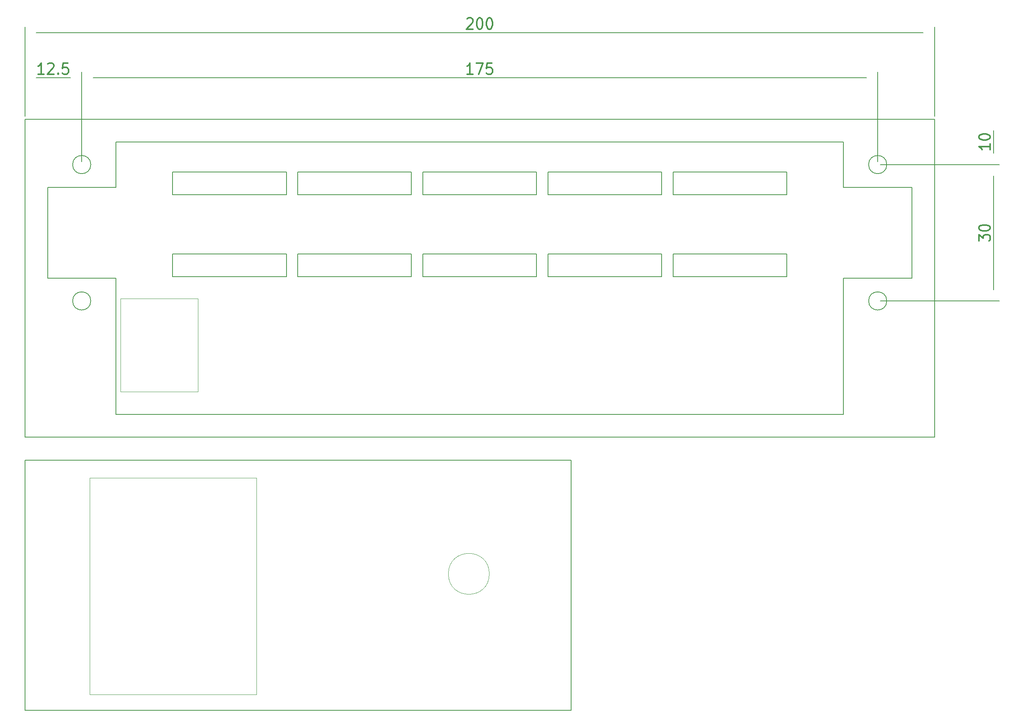
<source format=gbr>
G04 #@! TF.GenerationSoftware,KiCad,Pcbnew,(5.1.4)-1*
G04 #@! TF.CreationDate,2019-10-18T18:31:52+09:00*
G04 #@! TF.ProjectId,AirCleaner,41697243-6c65-4616-9e65-722e6b696361,rev?*
G04 #@! TF.SameCoordinates,Original*
G04 #@! TF.FileFunction,Drawing*
%FSLAX46Y46*%
G04 Gerber Fmt 4.6, Leading zero omitted, Abs format (unit mm)*
G04 Created by KiCad (PCBNEW (5.1.4)-1) date 2019-10-18 18:31:52*
%MOMM*%
%LPD*%
G04 APERTURE LIST*
%ADD10C,0.200000*%
%ADD11C,0.312500*%
%ADD12C,0.120000*%
G04 APERTURE END LIST*
D10*
X120000000Y-75000000D02*
X120000000Y-130000000D01*
X0Y-130000000D02*
X120000000Y-130000000D01*
X0Y-75000000D02*
X0Y-130000000D01*
X0Y-75000000D02*
X120000000Y-75000000D01*
X188050000Y-39939003D02*
X214153594Y-39939003D01*
X212903594Y-12439003D02*
X212903594Y-37439003D01*
X194925000Y-14939003D02*
X194925000Y-34939003D01*
X14425000Y-9939003D02*
G75*
G03X14425000Y-9939003I-2000000J0D01*
G01*
X14425000Y-39939003D02*
G75*
G03X14425000Y-39939003I-2000000J0D01*
G01*
X189425000Y-9939003D02*
G75*
G03X189425000Y-9939003I-2000000J0D01*
G01*
X189425000Y-39939003D02*
G75*
G03X189425000Y-39939003I-2000000J0D01*
G01*
X14425000Y-9939003D02*
G75*
G03X14425000Y-9939003I-2000000J0D01*
G01*
X14425000Y-39939003D02*
G75*
G03X14425000Y-39939003I-2000000J0D01*
G01*
X189425000Y-9939003D02*
G75*
G03X189425000Y-9939003I-2000000J0D01*
G01*
X189425000Y-39939003D02*
G75*
G03X189425000Y-39939003I-2000000J0D01*
G01*
X-75000Y-69939003D02*
X199925000Y-69939003D01*
X199925000Y60997D02*
X199925000Y-69939003D01*
X57425000Y-16580726D02*
X32425000Y-16580726D01*
X32425000Y-16580726D02*
X32425000Y-11580726D01*
X57425000Y-29619423D02*
X57425000Y-34619423D01*
X57425000Y-34619423D02*
X32425000Y-34619423D01*
X32425000Y-34619423D02*
X32425000Y-29619423D01*
X139925000Y-16580726D02*
X114925000Y-16580726D01*
X114925000Y-16580726D02*
X114925000Y-11580726D01*
X87425000Y-11580726D02*
X112425000Y-11580726D01*
X112425000Y-11580726D02*
X112425000Y-16580726D01*
X112425000Y-16580726D02*
X87425000Y-16580726D01*
X194925000Y-34939003D02*
X179925000Y-34939003D01*
X179925000Y-34939003D02*
X179925000Y-64939003D01*
X179925000Y-64939003D02*
X19925000Y-64939003D01*
X19925000Y-64939003D02*
X19925000Y-34939003D01*
X19925000Y-34939003D02*
X4925000Y-34939003D01*
X4925000Y-34939003D02*
X4925000Y-14939003D01*
X4925000Y-14939003D02*
X19925000Y-14939003D01*
X19925000Y-14939003D02*
X19925000Y-4939003D01*
X19925000Y-4939003D02*
X179925000Y-4939003D01*
X179925000Y-4939003D02*
X179925000Y-14939003D01*
X179925000Y-14939003D02*
X194925000Y-14939003D01*
X2425000Y19100000D02*
X197425000Y19100000D01*
X199925000Y685997D02*
X199925000Y20350000D01*
X-75000Y685997D02*
X-75000Y20350000D01*
X139925000Y-34619423D02*
X114925000Y-34619423D01*
X114925000Y-34619423D02*
X114925000Y-29619423D01*
X114925000Y-29619423D02*
X139925000Y-29619423D01*
X114925000Y-11580726D02*
X139925000Y-11580726D01*
X139925000Y-11580726D02*
X139925000Y-16580726D01*
X32425000Y-29619423D02*
X57425000Y-29619423D01*
X188050000Y-9939003D02*
X214153594Y-9939003D01*
X212903594Y-2439003D02*
X212903594Y-7439003D01*
X188050000Y-9939003D02*
X214153594Y-9939003D01*
X14925000Y9176136D02*
X184925000Y9176136D01*
X187425000Y-9314003D02*
X187425000Y10426136D01*
X12425000Y-9314003D02*
X12425000Y10426136D01*
X87425000Y-16580726D02*
X87425000Y-11580726D01*
X112425000Y-29619423D02*
X112425000Y-34619423D01*
X112425000Y-34619423D02*
X87425000Y-34619423D01*
X87425000Y-34619423D02*
X87425000Y-29619423D01*
X87425000Y-29619423D02*
X112425000Y-29619423D01*
X59925000Y-11580726D02*
X84925000Y-11580726D01*
X84925000Y-11580726D02*
X84925000Y-16580726D01*
X84925000Y-16580726D02*
X59925000Y-16580726D01*
X32425000Y-11580726D02*
X57425000Y-11580726D01*
X57425000Y-11580726D02*
X57425000Y-16580726D01*
X2425000Y9176136D02*
X9925000Y9176136D01*
X12425000Y-9314003D02*
X12425000Y10426136D01*
X-75000Y685997D02*
X-75000Y10426136D01*
X84925000Y-29619423D02*
X84925000Y-34619423D01*
X84925000Y-34619423D02*
X59925000Y-34619423D01*
X59925000Y-34619423D02*
X59925000Y-29619423D01*
X59925000Y-29619423D02*
X84925000Y-29619423D01*
X59925000Y-16580726D02*
X59925000Y-11580726D01*
X199925000Y60997D02*
X-75000Y60997D01*
X-75000Y-69939003D02*
X-75000Y60997D01*
X142425000Y-11580726D02*
X167425000Y-11580726D01*
X167425000Y-11580726D02*
X167425000Y-16580726D01*
X167425000Y-16580726D02*
X142425000Y-16580726D01*
X142425000Y-16580726D02*
X142425000Y-11580726D01*
X167425000Y-29619423D02*
X167425000Y-34619423D01*
X167425000Y-34619423D02*
X142425000Y-34619423D01*
X142425000Y-34619423D02*
X142425000Y-29619423D01*
X142425000Y-29619423D02*
X167425000Y-29619423D01*
X139925000Y-29619423D02*
X139925000Y-34619423D01*
D11*
X209659546Y-26760431D02*
X209659546Y-25367574D01*
X210611927Y-26117574D01*
X210611927Y-25796145D01*
X210730974Y-25581860D01*
X210850022Y-25474717D01*
X211088117Y-25367574D01*
X211683355Y-25367574D01*
X211921451Y-25474717D01*
X212040498Y-25581860D01*
X212159546Y-25796145D01*
X212159546Y-26439003D01*
X212040498Y-26653288D01*
X211921451Y-26760431D01*
X209659546Y-23974717D02*
X209659546Y-23760431D01*
X209778594Y-23546145D01*
X209897641Y-23439003D01*
X210135736Y-23331860D01*
X210611927Y-23224717D01*
X211207165Y-23224717D01*
X211683355Y-23331860D01*
X211921451Y-23439003D01*
X212040498Y-23546145D01*
X212159546Y-23760431D01*
X212159546Y-23974717D01*
X212040498Y-24189003D01*
X211921451Y-24296145D01*
X211683355Y-24403288D01*
X211207165Y-24510431D01*
X210611927Y-24510431D01*
X210135736Y-24403288D01*
X209897641Y-24296145D01*
X209778594Y-24189003D01*
X209659546Y-23974717D01*
X212159546Y-5367574D02*
X212159546Y-6653288D01*
X212159546Y-6010431D02*
X209659546Y-6010431D01*
X210016689Y-6224717D01*
X210254784Y-6439003D01*
X210373832Y-6653288D01*
X209659546Y-3974717D02*
X209659546Y-3760431D01*
X209778594Y-3546145D01*
X209897641Y-3439003D01*
X210135736Y-3331860D01*
X210611927Y-3224717D01*
X211207165Y-3224717D01*
X211683355Y-3331860D01*
X211921451Y-3439003D01*
X212040498Y-3546145D01*
X212159546Y-3760431D01*
X212159546Y-3974717D01*
X212040498Y-4189003D01*
X211921451Y-4296145D01*
X211683355Y-4403288D01*
X211207165Y-4510431D01*
X210611927Y-4510431D01*
X210135736Y-4403288D01*
X209897641Y-4296145D01*
X209778594Y-4189003D01*
X209659546Y-3974717D01*
X98425000Y9920183D02*
X97139285Y9920183D01*
X97782142Y9920183D02*
X97782142Y12420183D01*
X97567857Y12063040D01*
X97353571Y11824945D01*
X97139285Y11705897D01*
X99175000Y12420183D02*
X100675000Y12420183D01*
X99710714Y9920183D01*
X102603571Y12420183D02*
X101532142Y12420183D01*
X101425000Y11229707D01*
X101532142Y11348755D01*
X101746428Y11467802D01*
X102282142Y11467802D01*
X102496428Y11348755D01*
X102603571Y11229707D01*
X102710714Y10991612D01*
X102710714Y10396374D01*
X102603571Y10158278D01*
X102496428Y10039231D01*
X102282142Y9920183D01*
X101746428Y9920183D01*
X101532142Y10039231D01*
X101425000Y10158278D01*
X4139285Y9920183D02*
X2853571Y9920183D01*
X3496428Y9920183D02*
X3496428Y12420183D01*
X3282142Y12063040D01*
X3067857Y11824945D01*
X2853571Y11705897D01*
X4996428Y12182088D02*
X5103571Y12301136D01*
X5317857Y12420183D01*
X5853571Y12420183D01*
X6067857Y12301136D01*
X6175000Y12182088D01*
X6282142Y11943993D01*
X6282142Y11705897D01*
X6175000Y11348755D01*
X4889285Y9920183D01*
X6282142Y9920183D01*
X7246428Y10158278D02*
X7353571Y10039231D01*
X7246428Y9920183D01*
X7139285Y10039231D01*
X7246428Y10158278D01*
X7246428Y9920183D01*
X9389285Y12420183D02*
X8317857Y12420183D01*
X8210714Y11229707D01*
X8317857Y11348755D01*
X8532142Y11467802D01*
X9067857Y11467802D01*
X9282142Y11348755D01*
X9389285Y11229707D01*
X9496428Y10991612D01*
X9496428Y10396374D01*
X9389285Y10158278D01*
X9282142Y10039231D01*
X9067857Y9920183D01*
X8532142Y9920183D01*
X8317857Y10039231D01*
X8210714Y10158278D01*
X97139285Y22105952D02*
X97246428Y22225000D01*
X97460714Y22344047D01*
X97996428Y22344047D01*
X98210714Y22225000D01*
X98317857Y22105952D01*
X98425000Y21867857D01*
X98425000Y21629761D01*
X98317857Y21272619D01*
X97032142Y19844047D01*
X98425000Y19844047D01*
X99817857Y22344047D02*
X100032142Y22344047D01*
X100246428Y22225000D01*
X100353571Y22105952D01*
X100460714Y21867857D01*
X100567857Y21391666D01*
X100567857Y20796428D01*
X100460714Y20320238D01*
X100353571Y20082142D01*
X100246428Y19963095D01*
X100032142Y19844047D01*
X99817857Y19844047D01*
X99603571Y19963095D01*
X99496428Y20082142D01*
X99389285Y20320238D01*
X99282142Y20796428D01*
X99282142Y21391666D01*
X99389285Y21867857D01*
X99496428Y22105952D01*
X99603571Y22225000D01*
X99817857Y22344047D01*
X101960714Y22344047D02*
X102175000Y22344047D01*
X102389285Y22225000D01*
X102496428Y22105952D01*
X102603571Y21867857D01*
X102710714Y21391666D01*
X102710714Y20796428D01*
X102603571Y20320238D01*
X102496428Y20082142D01*
X102389285Y19963095D01*
X102175000Y19844047D01*
X101960714Y19844047D01*
X101746428Y19963095D01*
X101639285Y20082142D01*
X101532142Y20320238D01*
X101425000Y20796428D01*
X101425000Y21391666D01*
X101532142Y21867857D01*
X101639285Y22105952D01*
X101746428Y22225000D01*
X101960714Y22344047D01*
D12*
X14190000Y-126570000D02*
X50890000Y-126570000D01*
X50890000Y-126570000D02*
X50890000Y-78870000D01*
X14190000Y-126570000D02*
X14190000Y-78870000D01*
X14190000Y-78870000D02*
X50890000Y-78870000D01*
X102040000Y-100000000D02*
G75*
G03X102040000Y-100000000I-4500000J0D01*
G01*
X38000000Y-39450000D02*
X21000000Y-39450000D01*
X38000000Y-59950000D02*
X21000000Y-59950000D01*
X21000000Y-59950000D02*
X21000000Y-39450000D01*
X38000000Y-59950000D02*
X38000000Y-39450000D01*
M02*

</source>
